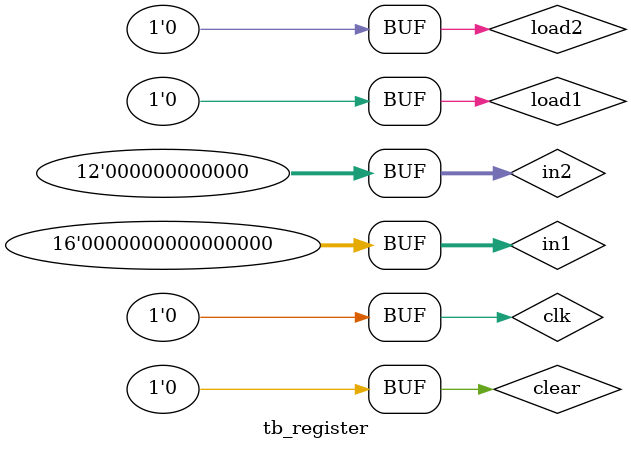
<source format=v>
`timescale 1ns / 1ps

module tb_register();

reg clk;
reg clear;
reg [15:0] in1;
reg [11:0] in2;
reg load1, load2;
wire [15:0] reg_out;
wire [11:0] count_out;

register16b reg_UUT(.clk(clk), .clear(clear), .in(in1), .load(load1), .out(reg_out));
counter12b counter_UUT(.clk(clk), .clear(clear), .in(in2), .load(load2), .count(count_out));

initial
begin
    clk = 0;
    in1 = 56; load1 = 0;
    in2 = 0; load2 = 0;
    #5 clk = ~clk; #5 clk = ~clk;
    clear = 1;
    #5 clk = ~clk; #5 clk = ~clk;    
    #5 clk = ~clk; #5 clk = ~clk;
    clear = 0;
    #5 clk = ~clk; #5 clk = ~clk;
    #5 clk = ~clk; #5 clk = ~clk;
    #5 clk = ~clk; #5 clk = ~clk;
    load1 = 1;
    #5 clk = ~clk; #5 clk = ~clk;
    load1 = 0;
    in2 = 15; load2 = 1;
    #5 clk = ~clk; #5 clk = ~clk;
    in2 = 0; load2 = 0;
    #5 clk = ~clk; #5 clk = ~clk;
    #5 clk = ~clk; #5 clk = ~clk;
    #5 clk = ~clk; #5 clk = ~clk;
    in1 = 678; load1 = 1;
    #5 clk = ~clk; #5 clk = ~clk;
    in1 = 34;
    #5 clk = ~clk; #5 clk = ~clk;
    in1 = 2222;
    #5 clk = ~clk; #5 clk = ~clk;
    in1 = 0; load1 = 0;
    
    
end

endmodule
</source>
